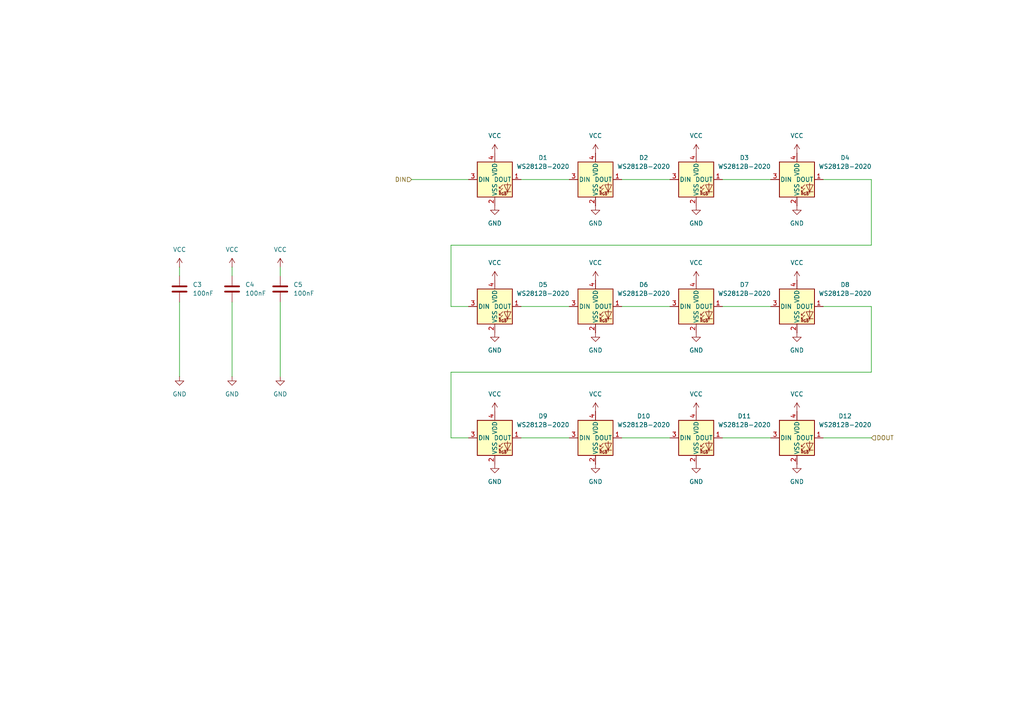
<source format=kicad_sch>
(kicad_sch (version 20240819) (generator "eeschema") (generator_version "8.99")
  (paper "A4")
  (title_block (title "WS2812 addressable LED chain") (date "2024-09-15") (rev "1.0"))
  (lib_symbols
    (symbol "Device:C" (pin_numbers hide) (pin_names (offset 0.254))
      (property "Reference" "C" (at 0.635 2.54 0))
      (property "Value" "C" (at 0.635 -2.54 0))
      (symbol "C_0_1"
        (polyline (pts (xy -2.032 0.762) (xy 2.032 0.762)) (stroke (width 0.508)))
        (polyline (pts (xy -2.032 -0.762) (xy 2.032 -0.762)) (stroke (width 0.508)))
      )
      (symbol "C_1_1"
        (pin passive line (at 0 3.81 270) (length 2.794) (name "~") (number "1"))
        (pin passive line (at 0 -3.81 90) (length 2.794) (name "~") (number "2"))
      )
    )
    (symbol "LED:WS2812B-2020" (pin_names (offset 0.254))
      (property "Reference" "D" (at 5.08 5.715 0))
      (property "Value" "WS2812B-2020" (at 1.27 -5.715 0))
      (symbol "WS2812B-2020_0_0"
        (text "RGB" (at 2.286 -4.191 0) (effects (font (size 0.762 0.762))))
      )
      (symbol "WS2812B-2020_0_1"
        (polyline (pts (xy 1.27 -2.54) (xy 1.778 -2.54)))
        (polyline (pts (xy 1.27 -3.556) (xy 1.778 -3.556)))
        (polyline (pts (xy 2.286 -1.524) (xy 1.27 -2.54) (xy 1.27 -2.032)))
        (polyline (pts (xy 2.286 -2.54) (xy 1.27 -3.556) (xy 1.27 -3.048)))
        (polyline (pts (xy 3.683 -1.016) (xy 3.683 -3.556) (xy 3.683 -4.064)))
        (polyline (pts (xy 4.699 -1.524) (xy 2.667 -1.524) (xy 3.683 -3.556) (xy 4.699 -1.524)))
        (polyline (pts (xy 4.699 -3.556) (xy 2.667 -3.556)))
        (rectangle (start 5.08 5.08) (end -5.08 -5.08) (stroke (width 0.254)) (fill (type background)))
      )
      (symbol "WS2812B-2020_1_1"
        (pin input line (at -7.62 0 0) (length 2.54) (name "DIN") (number "3"))
        (pin power_in line (at 0 7.62 270) (length 2.54) (name "VDD") (number "4"))
        (pin power_in line (at 0 -7.62 90) (length 2.54) (name "VSS") (number "2"))
        (pin output line (at 7.62 0 180) (length 2.54) (name "DOUT") (number "1"))
      )
    )
    (symbol "power:GND" (power) (pin_numbers hide) (pin_names (offset 0) hide)
      (property "Value" "GND" (at 0 -3.81 0))
      (symbol "GND_0_1"
        (polyline (pts (xy 0 0) (xy 0 -1.27) (xy 1.27 -1.27) (xy 0 -2.54) (xy -1.27 -1.27) (xy 0 -1.27)))
      )
      (symbol "GND_1_1"
        (pin power_in line (at 0 0 270) (length 0) (name "~") (number "1"))
      )
    )
    (symbol "power:VCC" (power) (pin_numbers hide) (pin_names (offset 0) hide)
      (property "Value" "VCC" (at 0 3.556 0))
      (symbol "VCC_0_1"
        (polyline (pts (xy -0.762 1.27) (xy 0 2.54)))
        (polyline (pts (xy 0 2.54) (xy 0.762 1.27)))
        (polyline (pts (xy 0 0) (xy 0 2.54)))
      )
      (symbol "VCC_1_1"
        (pin power_in line (at 0 0 90) (length 0) (name "~") (number "1"))
      )
    )
  )
  (wire (pts (xy 209.55 88.9) (xy 223.52 88.9)))
  (wire (pts (xy 180.34 88.9) (xy 194.31 88.9)))
  (wire (pts (xy 151.13 127) (xy 165.1 127)))
  (wire (pts (xy 81.28 77.47) (xy 81.28 80.01)))
  (wire (pts (xy 130.81 71.12) (xy 130.81 88.9)))
  (wire (pts (xy 252.73 88.9) (xy 252.73 107.95)))
  (wire (pts (xy 252.73 71.12) (xy 130.81 71.12)))
  (wire (pts (xy 130.81 88.9) (xy 135.89 88.9)))
  (wire (pts (xy 81.28 87.63) (xy 81.28 109.22)))
  (wire (pts (xy 67.31 77.47) (xy 67.31 80.01)))
  (wire (pts (xy 209.55 52.07) (xy 223.52 52.07)))
  (wire (pts (xy 52.07 87.63) (xy 52.07 109.22)))
  (wire (pts (xy 151.13 52.07) (xy 165.1 52.07)))
  (wire (pts (xy 151.13 88.9) (xy 165.1 88.9)))
  (wire (pts (xy 180.34 52.07) (xy 194.31 52.07)))
  (wire (pts (xy 252.73 107.95) (xy 130.81 107.95)))
  (wire (pts (xy 238.76 52.07) (xy 252.73 52.07)))
  (wire (pts (xy 130.81 107.95) (xy 130.81 127)))
  (wire (pts (xy 209.55 127) (xy 223.52 127)))
  (wire (pts (xy 238.76 88.9) (xy 252.73 88.9)))
  (wire (pts (xy 238.76 127) (xy 252.73 127)))
  (wire (pts (xy 52.07 77.47) (xy 52.07 80.01)))
  (wire (pts (xy 119.38 52.07) (xy 135.89 52.07)))
  (wire (pts (xy 252.73 52.07) (xy 252.73 71.12)))
  (wire (pts (xy 130.81 127) (xy 135.89 127)))
  (wire (pts (xy 67.31 87.63) (xy 67.31 109.22)))
  (wire (pts (xy 180.34 127) (xy 194.31 127)))
  (hierarchical_label "DIN" (shape input) (at 119.38 52.07 180))
  (hierarchical_label "DOUT" (shape input) (at 252.73 127 0))
  (symbol (lib_id "power:VCC") (at 67.31 77.47 0) (unit 1)
    (property "Reference" "#PWR019" (effects (hide yes)))
    (property "Value" "VCC" (at 67.31 72.39 0))
    (property "Description" "Power symbol creates a global label with name \"VCC\"" (effects (hide yes)))
  )
  (symbol (lib_id "LED:WS2812B-2020") (at 143.51 52.07 0) (unit 1)
    (property "Reference" "D1" (at 157.48 45.7514 0))
    (property "Value" "WS2812B-2020" (at 157.48 48.2914 0))
    (property "Footprint" "LED_SMD:LED_WS2812B-2020_PLCC4_2.0x2.0mm" (effects (hide yes)))
    (property "Datasheet" "https://cdn-shop.adafruit.com/product-files/4684/4684_WS2812B-2020_V1.3_EN.pdf" (effects (hide yes)))
    (property "Description" "RGB LED with integrated controller, 2.0 x 2.0 mm, 12 mA" (effects (hide yes)))
  )
  (symbol (lib_id "power:VCC") (at 172.72 44.45 0) (unit 1)
    (property "Reference" "#PWR011" (effects (hide yes)))
    (property "Value" "VCC" (at 172.72 39.37 0))
    (property "Description" "Power symbol creates a global label with name \"VCC\"" (effects (hide yes)))
  )
  (symbol (lib_id "power:GND") (at 172.72 134.62 0) (unit 1)
    (property "Reference" "#PWR057" (effects (hide yes)))
    (property "Value" "GND" (at 172.72 139.7 0))
    (property "Description" "Power symbol creates a global label with name \"GND\" , ground" (effects (hide yes)))
    (instances (project "pov_badge" (path "" (reference "#PWR057") (unit 1))) (project "pov_badge" (path "" (reference "#PWR037") (unit 1))))
  )
  (symbol (lib_id "LED:WS2812B-2020") (at 172.72 127 0) (unit 1)
    (property "Reference" "D10" (at 186.69 120.6814 0))
    (property "Value" "WS2812B-2020" (at 186.69 123.2214 0))
    (property "Footprint" "LED_SMD:LED_WS2812B-2020_PLCC4_2.0x2.0mm" (effects (hide yes)))
    (property "Datasheet" "https://cdn-shop.adafruit.com/product-files/4684/4684_WS2812B-2020_V1.3_EN.pdf" (effects (hide yes)))
    (property "Description" "RGB LED with integrated controller, 2.0 x 2.0 mm, 12 mA" (effects (hide yes)))
  )
  (symbol (lib_id "LED:WS2812B-2020") (at 231.14 127 0) (unit 1)
    (property "Reference" "D12" (at 245.11 120.6814 0))
    (property "Value" "WS2812B-2020" (at 245.11 123.2214 0))
    (property "Footprint" "LED_SMD:LED_WS2812B-2020_PLCC4_2.0x2.0mm" (effects (hide yes)))
    (property "Datasheet" "https://cdn-shop.adafruit.com/product-files/4684/4684_WS2812B-2020_V1.3_EN.pdf" (effects (hide yes)))
    (property "Description" "RGB LED with integrated controller, 2.0 x 2.0 mm, 12 mA" (effects (hide yes)))
  )
  (symbol (lib_id "LED:WS2812B-2020") (at 201.93 127 0) (unit 1)
    (property "Reference" "D11" (at 215.9 120.6814 0))
    (property "Value" "WS2812B-2020" (at 215.9 123.2214 0))
    (property "Footprint" "LED_SMD:LED_WS2812B-2020_PLCC4_2.0x2.0mm" (effects (hide yes)))
    (property "Datasheet" "https://cdn-shop.adafruit.com/product-files/4684/4684_WS2812B-2020_V1.3_EN.pdf" (effects (hide yes)))
    (property "Description" "RGB LED with integrated controller, 2.0 x 2.0 mm, 12 mA" (effects (hide yes)))
  )
  (symbol (lib_id "power:GND") (at 201.93 59.69 0) (unit 1)
    (property "Reference" "#PWR061" (effects (hide yes)))
    (property "Value" "GND" (at 201.93 64.77 0))
    (property "Description" "Power symbol creates a global label with name \"GND\" , ground" (effects (hide yes)))
    (instances (project "pov_badge" (path "" (reference "#PWR061") (unit 1))) (project "pov_badge" (path "" (reference "#PWR016") (unit 1))))
  )
  (symbol (lib_id "power:GND") (at 231.14 59.69 0) (unit 1)
    (property "Reference" "#PWR069" (effects (hide yes)))
    (property "Value" "GND" (at 231.14 64.77 0))
    (property "Description" "Power symbol creates a global label with name \"GND\" , ground" (effects (hide yes)))
    (instances (project "pov_badge" (path "" (reference "#PWR069") (unit 1))) (project "pov_badge" (path "" (reference "#PWR017") (unit 1))))
  )
  (symbol (lib_id "power:GND") (at 143.51 59.69 0) (unit 1)
    (property "Reference" "#PWR045" (effects (hide yes)))
    (property "Value" "GND" (at 143.51 64.77 0))
    (property "Description" "Power symbol creates a global label with name \"GND\" , ground" (effects (hide yes)))
    (instances (project "pov_badge" (path "" (reference "#PWR045") (unit 1))) (project "pov_badge" (path "" (reference "#PWR014") (unit 1))))
  )
  (symbol (lib_id "power:VCC") (at 143.51 81.28 0) (unit 1)
    (property "Reference" "#PWR021" (effects (hide yes)))
    (property "Value" "VCC" (at 143.51 76.2 0))
    (property "Description" "Power symbol creates a global label with name \"VCC\"" (effects (hide yes)))
  )
  (symbol (lib_id "LED:WS2812B-2020") (at 201.93 52.07 0) (unit 1)
    (property "Reference" "D3" (at 215.9 45.7514 0))
    (property "Value" "WS2812B-2020" (at 215.9 48.2914 0))
    (property "Footprint" "LED_SMD:LED_WS2812B-2020_PLCC4_2.0x2.0mm" (effects (hide yes)))
    (property "Datasheet" "https://cdn-shop.adafruit.com/product-files/4684/4684_WS2812B-2020_V1.3_EN.pdf" (effects (hide yes)))
    (property "Description" "RGB LED with integrated controller, 2.0 x 2.0 mm, 12 mA" (effects (hide yes)))
  )
  (symbol (lib_id "power:VCC") (at 52.07 77.47 0) (unit 1)
    (property "Reference" "#PWR018" (effects (hide yes)))
    (property "Value" "VCC" (at 52.07 72.39 0))
    (property "Description" "Power symbol creates a global label with name \"VCC\"" (effects (hide yes)))
  )
  (symbol (lib_id "power:VCC") (at 81.28 77.47 0) (unit 1)
    (property "Reference" "#PWR020" (effects (hide yes)))
    (property "Value" "VCC" (at 81.28 72.39 0))
    (property "Description" "Power symbol creates a global label with name \"VCC\"" (effects (hide yes)))
  )
  (symbol (lib_id "Device:C") (at 81.28 83.82 0) (unit 1)
    (property "Reference" "C5" (at 85.09 82.5499 0) (effects (justify left)))
    (property "Value" "100nF" (at 85.09 85.0899 0) (effects (justify left)))
    (property "Footprint" "Capacitor_SMD:C_0603_1608Metric" (effects (hide yes)))
    (property "Description" "Unpolarized capacitor" (effects (hide yes)))
  )
  (symbol (lib_id "power:VCC") (at 201.93 81.28 0) (unit 1)
    (property "Reference" "#PWR023" (effects (hide yes)))
    (property "Value" "VCC" (at 201.93 76.2 0))
    (property "Description" "Power symbol creates a global label with name \"VCC\"" (effects (hide yes)))
  )
  (symbol (lib_id "power:VCC") (at 201.93 119.38 0) (unit 1)
    (property "Reference" "#PWR034" (effects (hide yes)))
    (property "Value" "VCC" (at 201.93 114.3 0))
    (property "Description" "Power symbol creates a global label with name \"VCC\"" (effects (hide yes)))
  )
  (symbol (lib_id "power:GND") (at 143.51 96.52 0) (unit 1)
    (property "Reference" "#PWR047" (effects (hide yes)))
    (property "Value" "GND" (at 143.51 101.6 0))
    (property "Description" "Power symbol creates a global label with name \"GND\" , ground" (effects (hide yes)))
    (instances (project "pov_badge" (path "" (reference "#PWR047") (unit 1))) (project "pov_badge" (path "" (reference "#PWR025") (unit 1))))
  )
  (symbol (lib_id "LED:WS2812B-2020") (at 143.51 88.9 0) (unit 1)
    (property "Reference" "D5" (at 157.48 82.5814 0))
    (property "Value" "WS2812B-2020" (at 157.48 85.1214 0))
    (property "Footprint" "LED_SMD:LED_WS2812B-2020_PLCC4_2.0x2.0mm" (effects (hide yes)))
    (property "Datasheet" "https://cdn-shop.adafruit.com/product-files/4684/4684_WS2812B-2020_V1.3_EN.pdf" (effects (hide yes)))
    (property "Description" "RGB LED with integrated controller, 2.0 x 2.0 mm, 12 mA" (effects (hide yes)))
  )
  (symbol (lib_id "power:VCC") (at 201.93 44.45 0) (unit 1)
    (property "Reference" "#PWR012" (effects (hide yes)))
    (property "Value" "VCC" (at 201.93 39.37 0))
    (property "Description" "Power symbol creates a global label with name \"VCC\"" (effects (hide yes)))
  )
  (symbol (lib_id "power:VCC") (at 143.51 44.45 0) (unit 1)
    (property "Reference" "#PWR010" (effects (hide yes)))
    (property "Value" "VCC" (at 143.51 39.37 0))
    (property "Description" "Power symbol creates a global label with name \"VCC\"" (effects (hide yes)))
  )
  (symbol (lib_id "power:GND") (at 67.31 109.22 0) (unit 1)
    (property "Reference" "#PWR030" (effects (hide yes)))
    (property "Value" "GND" (at 67.31 114.3 0))
    (property "Description" "Power symbol creates a global label with name \"GND\" , ground" (effects (hide yes)))
  )
  (symbol (lib_id "power:GND") (at 81.28 109.22 0) (unit 1)
    (property "Reference" "#PWR031" (effects (hide yes)))
    (property "Value" "GND" (at 81.28 114.3 0))
    (property "Description" "Power symbol creates a global label with name \"GND\" , ground" (effects (hide yes)))
  )
  (symbol (lib_id "power:VCC") (at 172.72 81.28 0) (unit 1)
    (property "Reference" "#PWR022" (effects (hide yes)))
    (property "Value" "VCC" (at 172.72 76.2 0))
    (property "Description" "Power symbol creates a global label with name \"VCC\"" (effects (hide yes)))
  )
  (symbol (lib_id "LED:WS2812B-2020") (at 143.51 127 0) (unit 1)
    (property "Reference" "D9" (at 157.48 120.6814 0))
    (property "Value" "WS2812B-2020" (at 157.48 123.2214 0))
    (property "Footprint" "LED_SMD:LED_WS2812B-2020_PLCC4_2.0x2.0mm" (effects (hide yes)))
    (property "Datasheet" "https://cdn-shop.adafruit.com/product-files/4684/4684_WS2812B-2020_V1.3_EN.pdf" (effects (hide yes)))
    (property "Description" "RGB LED with integrated controller, 2.0 x 2.0 mm, 12 mA" (effects (hide yes)))
  )
  (symbol (lib_id "power:GND") (at 143.51 134.62 0) (unit 1)
    (property "Reference" "#PWR049" (effects (hide yes)))
    (property "Value" "GND" (at 143.51 139.7 0))
    (property "Description" "Power symbol creates a global label with name \"GND\" , ground" (effects (hide yes)))
    (instances (project "pov_badge" (path "" (reference "#PWR049") (unit 1))) (project "pov_badge" (path "" (reference "#PWR036") (unit 1))))
  )
  (symbol (lib_id "power:VCC") (at 143.51 119.38 0) (unit 1)
    (property "Reference" "#PWR032" (effects (hide yes)))
    (property "Value" "VCC" (at 143.51 114.3 0))
    (property "Description" "Power symbol creates a global label with name \"VCC\"" (effects (hide yes)))
  )
  (symbol (lib_id "power:GND") (at 172.72 96.52 0) (unit 1)
    (property "Reference" "#PWR055" (effects (hide yes)))
    (property "Value" "GND" (at 172.72 101.6 0))
    (property "Description" "Power symbol creates a global label with name \"GND\" , ground" (effects (hide yes)))
    (instances (project "pov_badge" (path "" (reference "#PWR055") (unit 1))) (project "pov_badge" (path "" (reference "#PWR026") (unit 1))))
  )
  (symbol (lib_id "power:GND") (at 201.93 96.52 0) (unit 1)
    (property "Reference" "#PWR063" (effects (hide yes)))
    (property "Value" "GND" (at 201.93 101.6 0))
    (property "Description" "Power symbol creates a global label with name \"GND\" , ground" (effects (hide yes)))
    (instances (project "pov_badge" (path "" (reference "#PWR063") (unit 1))) (project "pov_badge" (path "" (reference "#PWR027") (unit 1))))
  )
  (symbol (lib_id "LED:WS2812B-2020") (at 231.14 88.9 0) (unit 1)
    (property "Reference" "D8" (at 245.11 82.5814 0))
    (property "Value" "WS2812B-2020" (at 245.11 85.1214 0))
    (property "Footprint" "LED_SMD:LED_WS2812B-2020_PLCC4_2.0x2.0mm" (effects (hide yes)))
    (property "Datasheet" "https://cdn-shop.adafruit.com/product-files/4684/4684_WS2812B-2020_V1.3_EN.pdf" (effects (hide yes)))
    (property "Description" "RGB LED with integrated controller, 2.0 x 2.0 mm, 12 mA" (effects (hide yes)))
  )
  (symbol (lib_id "power:GND") (at 231.14 96.52 0) (unit 1)
    (property "Reference" "#PWR071" (effects (hide yes)))
    (property "Value" "GND" (at 231.14 101.6 0))
    (property "Description" "Power symbol creates a global label with name \"GND\" , ground" (effects (hide yes)))
    (instances (project "pov_badge" (path "" (reference "#PWR071") (unit 1))) (project "pov_badge" (path "" (reference "#PWR028") (unit 1))))
  )
  (symbol (lib_id "LED:WS2812B-2020") (at 172.72 88.9 0) (unit 1)
    (property "Reference" "D6" (at 186.69 82.5814 0))
    (property "Value" "WS2812B-2020" (at 186.69 85.1214 0))
    (property "Footprint" "LED_SMD:LED_WS2812B-2020_PLCC4_2.0x2.0mm" (effects (hide yes)))
    (property "Datasheet" "https://cdn-shop.adafruit.com/product-files/4684/4684_WS2812B-2020_V1.3_EN.pdf" (effects (hide yes)))
    (property "Description" "RGB LED with integrated controller, 2.0 x 2.0 mm, 12 mA" (effects (hide yes)))
  )
  (symbol (lib_id "power:GND") (at 172.72 59.69 0) (unit 1)
    (property "Reference" "#PWR053" (effects (hide yes)))
    (property "Value" "GND" (at 172.72 64.77 0))
    (property "Description" "Power symbol creates a global label with name \"GND\" , ground" (effects (hide yes)))
    (instances (project "pov_badge" (path "" (reference "#PWR053") (unit 1))) (project "pov_badge" (path "" (reference "#PWR015") (unit 1))))
  )
  (symbol (lib_id "power:VCC") (at 172.72 119.38 0) (unit 1)
    (property "Reference" "#PWR033" (effects (hide yes)))
    (property "Value" "VCC" (at 172.72 114.3 0))
    (property "Description" "Power symbol creates a global label with name \"VCC\"" (effects (hide yes)))
  )
  (symbol (lib_id "power:VCC") (at 231.14 44.45 0) (unit 1)
    (property "Reference" "#PWR013" (effects (hide yes)))
    (property "Value" "VCC" (at 231.14 39.37 0))
    (property "Description" "Power symbol creates a global label with name \"VCC\"" (effects (hide yes)))
  )
  (symbol (lib_id "power:GND") (at 52.07 109.22 0) (unit 1)
    (property "Reference" "#PWR029" (effects (hide yes)))
    (property "Value" "GND" (at 52.07 114.3 0))
    (property "Description" "Power symbol creates a global label with name \"GND\" , ground" (effects (hide yes)))
  )
  (symbol (lib_id "Device:C") (at 67.31 83.82 0) (unit 1)
    (property "Reference" "C4" (at 71.12 82.5499 0) (effects (justify left)))
    (property "Value" "100nF" (at 71.12 85.0899 0) (effects (justify left)))
    (property "Footprint" "Capacitor_SMD:C_0603_1608Metric" (effects (hide yes)))
    (property "Description" "Unpolarized capacitor" (effects (hide yes)))
  )
  (symbol (lib_id "power:VCC") (at 231.14 119.38 0) (unit 1)
    (property "Reference" "#PWR035" (effects (hide yes)))
    (property "Value" "VCC" (at 231.14 114.3 0))
    (property "Description" "Power symbol creates a global label with name \"VCC\"" (effects (hide yes)))
  )
  (symbol (lib_id "LED:WS2812B-2020") (at 231.14 52.07 0) (unit 1)
    (property "Reference" "D4" (at 245.11 45.7514 0))
    (property "Value" "WS2812B-2020" (at 245.11 48.2914 0))
    (property "Footprint" "LED_SMD:LED_WS2812B-2020_PLCC4_2.0x2.0mm" (effects (hide yes)))
    (property "Datasheet" "https://cdn-shop.adafruit.com/product-files/4684/4684_WS2812B-2020_V1.3_EN.pdf" (effects (hide yes)))
    (property "Description" "RGB LED with integrated controller, 2.0 x 2.0 mm, 12 mA" (effects (hide yes)))
  )
  (symbol (lib_id "power:GND") (at 201.93 134.62 0) (unit 1)
    (property "Reference" "#PWR065" (effects (hide yes)))
    (property "Value" "GND" (at 201.93 139.7 0))
    (property "Description" "Power symbol creates a global label with name \"GND\" , ground" (effects (hide yes)))
    (instances (project "pov_badge" (path "" (reference "#PWR065") (unit 1))) (project "pov_badge" (path "" (reference "#PWR038") (unit 1))))
  )
  (symbol (lib_id "power:GND") (at 231.14 134.62 0) (unit 1)
    (property "Reference" "#PWR073" (effects (hide yes)))
    (property "Value" "GND" (at 231.14 139.7 0))
    (property "Description" "Power symbol creates a global label with name \"GND\" , ground" (effects (hide yes)))
    (instances (project "pov_badge" (path "" (reference "#PWR073") (unit 1))) (project "pov_badge" (path "" (reference "#PWR039") (unit 1))))
  )
  (symbol (lib_id "power:VCC") (at 231.14 81.28 0) (unit 1)
    (property "Reference" "#PWR024" (effects (hide yes)))
    (property "Value" "VCC" (at 231.14 76.2 0))
    (property "Description" "Power symbol creates a global label with name \"VCC\"" (effects (hide yes)))
  )
  (symbol (lib_id "LED:WS2812B-2020") (at 201.93 88.9 0) (unit 1)
    (property "Reference" "D7" (at 215.9 82.5814 0))
    (property "Value" "WS2812B-2020" (at 215.9 85.1214 0))
    (property "Footprint" "LED_SMD:LED_WS2812B-2020_PLCC4_2.0x2.0mm" (effects (hide yes)))
    (property "Datasheet" "https://cdn-shop.adafruit.com/product-files/4684/4684_WS2812B-2020_V1.3_EN.pdf" (effects (hide yes)))
    (property "Description" "RGB LED with integrated controller, 2.0 x 2.0 mm, 12 mA" (effects (hide yes)))
  )
  (symbol (lib_id "Device:C") (at 52.07 83.82 0) (unit 1)
    (property "Reference" "C3" (at 55.88 82.5499 0) (effects (justify left)))
    (property "Value" "100nF" (at 55.88 85.0899 0) (effects (justify left)))
    (property "Footprint" "Capacitor_SMD:C_0603_1608Metric" (effects (hide yes)))
    (property "Description" "Unpolarized capacitor" (effects (hide yes)))
  )
  (symbol (lib_id "LED:WS2812B-2020") (at 172.72 52.07 0) (unit 1)
    (property "Reference" "D2" (at 186.69 45.7514 0))
    (property "Value" "WS2812B-2020" (at 186.69 48.2914 0))
    (property "Footprint" "LED_SMD:LED_WS2812B-2020_PLCC4_2.0x2.0mm" (effects (hide yes)))
    (property "Datasheet" "https://cdn-shop.adafruit.com/product-files/4684/4684_WS2812B-2020_V1.3_EN.pdf" (effects (hide yes)))
    (property "Description" "RGB LED with integrated controller, 2.0 x 2.0 mm, 12 mA" (effects (hide yes)))
  )
)
</source>
